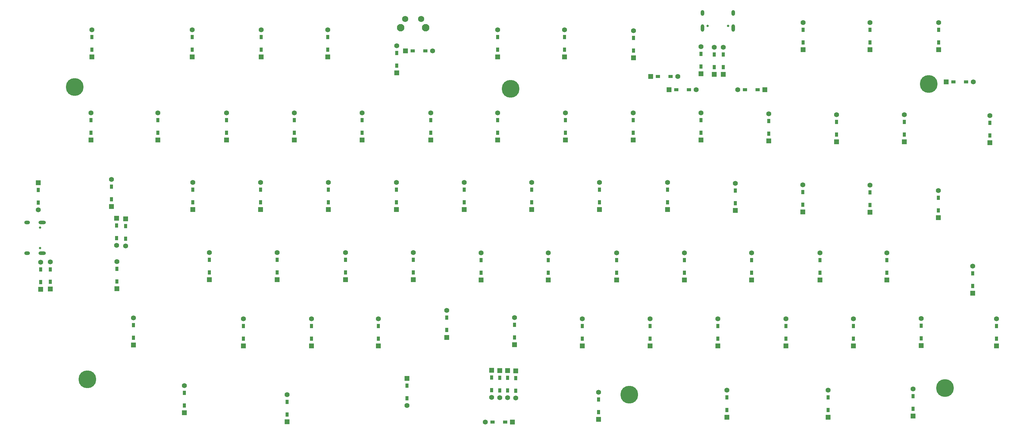
<source format=gts>
%TF.GenerationSoftware,KiCad,Pcbnew,(5.1.6)-1*%
%TF.CreationDate,2020-07-30T22:43:25+09:00*%
%TF.ProjectId,keyboard_v2,6b657962-6f61-4726-945f-76322e6b6963,rev?*%
%TF.SameCoordinates,Original*%
%TF.FileFunction,Soldermask,Top*%
%TF.FilePolarity,Negative*%
%FSLAX46Y46*%
G04 Gerber Fmt 4.6, Leading zero omitted, Abs format (unit mm)*
G04 Created by KiCad (PCBNEW (5.1.6)-1) date 2020-07-30 22:43:25*
%MOMM*%
%LPD*%
G01*
G04 APERTURE LIST*
%ADD10C,0.650000*%
%ADD11O,1.000000X2.100000*%
%ADD12O,1.000000X1.600000*%
%ADD13R,0.950000X1.300000*%
%ADD14R,1.397000X1.397000*%
%ADD15C,1.397000*%
%ADD16C,5.000000*%
%ADD17R,1.300000X0.950000*%
%ADD18O,1.600000X1.000000*%
%ADD19O,2.100000X1.000000*%
%ADD20C,2.100000*%
%ADD21C,1.750000*%
G04 APERTURE END LIST*
D10*
%TO.C,USB2*%
X505769200Y85641400D03*
X499989200Y85641400D03*
D11*
X498559200Y85111400D03*
X507199200Y85111400D03*
D12*
X498559200Y89291400D03*
X507199200Y89291400D03*
%TD*%
D13*
%TO.C,R1*%
X333850000Y25955000D03*
X333850000Y29505000D03*
D14*
X333850000Y31540000D03*
D15*
X333850000Y23920000D03*
%TD*%
D16*
%TO.C,Ref\u002A\u002A*%
X322066920Y68455540D03*
%TD*%
D17*
%TO.C,R8*%
X439537300Y-25768300D03*
X443087300Y-25768300D03*
D14*
X445122300Y-25768300D03*
D15*
X437502300Y-25768300D03*
%TD*%
%TO.C,C3*%
X415508440Y-21056600D03*
D14*
X415508440Y-13436600D03*
D13*
X415508440Y-15471600D03*
X415508440Y-19021600D03*
%TD*%
D16*
%TO.C,Ref\u002A\u002A*%
X325620380Y-13693140D03*
%TD*%
%TO.C,.*%
X477949260Y-18013680D03*
%TD*%
%TO.C,Ref\u002A\u002A*%
X566686700Y-16192500D03*
%TD*%
%TO.C,-*%
X562175660Y69331840D03*
%TD*%
%TO.C,Ref\u002A\u002A*%
X444593980Y67957700D03*
%TD*%
D13*
%TO.C,R2*%
X336430000Y25855000D03*
X336430000Y29405000D03*
D14*
X336430000Y31440000D03*
D15*
X336430000Y23820000D03*
%TD*%
%TO.C,D5*%
X412582200Y80105800D03*
D14*
X412582200Y72485800D03*
D13*
X412582200Y74520800D03*
X412582200Y78070800D03*
%TD*%
D15*
%TO.C,R7*%
X508467200Y67761400D03*
D14*
X516087200Y67761400D03*
D17*
X514052200Y67761400D03*
X510502200Y67761400D03*
%TD*%
D15*
%TO.C,D45*%
X436305800Y21841200D03*
D14*
X436305800Y14221200D03*
D13*
X436305800Y16256200D03*
X436305800Y19806200D03*
%TD*%
D15*
%TO.C,D44*%
X417255800Y21962200D03*
D14*
X417255800Y14342200D03*
D13*
X417255800Y16377200D03*
X417255800Y19927200D03*
%TD*%
D15*
%TO.C,D41*%
X359978800Y21965200D03*
D14*
X359978800Y14345200D03*
D13*
X359978800Y16380200D03*
X359978800Y19930200D03*
%TD*%
D15*
%TO.C,D42*%
X379028800Y21965200D03*
D14*
X379028800Y14345200D03*
D13*
X379028800Y16380200D03*
X379028800Y19930200D03*
%TD*%
D15*
%TO.C,D40*%
X564829800Y39364200D03*
D14*
X564829800Y31744200D03*
D13*
X564829800Y33779200D03*
X564829800Y37329200D03*
%TD*%
D15*
%TO.C,D39*%
X545652800Y40888200D03*
D14*
X545652800Y33268200D03*
D13*
X545652800Y35303200D03*
X545652800Y38853200D03*
%TD*%
D15*
%TO.C,D43*%
X398205800Y21965200D03*
D14*
X398205800Y14345200D03*
D13*
X398205800Y16380200D03*
X398205800Y19930200D03*
%TD*%
D15*
%TO.C,D37*%
X507743300Y41393200D03*
D14*
X507743300Y33773200D03*
D13*
X507743300Y35808200D03*
X507743300Y39358200D03*
%TD*%
D15*
%TO.C,D27*%
X579307800Y60446200D03*
D14*
X579307800Y52826200D03*
D13*
X579307800Y54861200D03*
X579307800Y58411200D03*
%TD*%
D15*
%TO.C,D30*%
X374329800Y41650200D03*
D14*
X374329800Y34030200D03*
D13*
X374329800Y36065200D03*
X374329800Y39615200D03*
%TD*%
D15*
%TO.C,D24*%
X517204800Y60954200D03*
D14*
X517204800Y53334200D03*
D13*
X517204800Y55369200D03*
X517204800Y58919200D03*
%TD*%
D15*
%TO.C,D25*%
X536254800Y60700200D03*
D14*
X536254800Y53080200D03*
D13*
X536254800Y55115200D03*
X536254800Y58665200D03*
%TD*%
D15*
%TO.C,D23*%
X498154800Y61208200D03*
D14*
X498154800Y53588200D03*
D13*
X498154800Y55623200D03*
X498154800Y59173200D03*
%TD*%
D15*
%TO.C,D29*%
X355279800Y41650200D03*
D14*
X355279800Y34030200D03*
D13*
X355279800Y36065200D03*
X355279800Y39615200D03*
%TD*%
D15*
%TO.C,D26*%
X555304800Y60700200D03*
D14*
X555304800Y53080200D03*
D13*
X555304800Y55115200D03*
X555304800Y58665200D03*
%TD*%
D15*
%TO.C,D22*%
X479104800Y61208200D03*
D14*
X479104800Y53588200D03*
D13*
X479104800Y55623200D03*
X479104800Y59173200D03*
%TD*%
D15*
%TO.C,D21*%
X460054800Y61208200D03*
D14*
X460054800Y53588200D03*
D13*
X460054800Y55623200D03*
X460054800Y59173200D03*
%TD*%
D15*
%TO.C,D20*%
X441004800Y61208200D03*
D14*
X441004800Y53588200D03*
D13*
X441004800Y55623200D03*
X441004800Y59173200D03*
%TD*%
D15*
%TO.C,D19*%
X422208800Y61208200D03*
D14*
X422208800Y53588200D03*
D13*
X422208800Y55623200D03*
X422208800Y59173200D03*
%TD*%
D15*
%TO.C,D28*%
X332400000Y42510000D03*
D14*
X332400000Y34890000D03*
D13*
X332400000Y36925000D03*
X332400000Y40475000D03*
%TD*%
D15*
%TO.C,D18*%
X402904800Y61208200D03*
D14*
X402904800Y53588200D03*
D13*
X402904800Y55623200D03*
X402904800Y59173200D03*
%TD*%
D15*
%TO.C,D32*%
X412556800Y41650200D03*
D14*
X412556800Y34030200D03*
D13*
X412556800Y36065200D03*
X412556800Y39615200D03*
%TD*%
D15*
%TO.C,D38*%
X526729800Y40951700D03*
D14*
X526729800Y33331700D03*
D13*
X526729800Y35366700D03*
X526729800Y38916700D03*
%TD*%
D15*
%TO.C,D31*%
X393379800Y41650200D03*
D14*
X393379800Y34030200D03*
D13*
X393379800Y36065200D03*
X393379800Y39615200D03*
%TD*%
D15*
%TO.C,D33*%
X431606800Y41650200D03*
D14*
X431606800Y34030200D03*
D13*
X431606800Y36065200D03*
X431606800Y39615200D03*
%TD*%
D15*
%TO.C,D2*%
X355152800Y84576200D03*
D14*
X355152800Y76956200D03*
D13*
X355152800Y78991200D03*
X355152800Y82541200D03*
%TD*%
D15*
%TO.C,D13*%
X574634200Y69920400D03*
D14*
X567014200Y69920400D03*
D17*
X569049200Y69920400D03*
X572599200Y69920400D03*
%TD*%
D15*
%TO.C,D17*%
X383854800Y61208200D03*
D14*
X383854800Y53588200D03*
D13*
X383854800Y55623200D03*
X383854800Y59173200D03*
%TD*%
D15*
%TO.C,D8*%
X479143060Y84322920D03*
D14*
X479143060Y76702920D03*
D13*
X479143060Y78737920D03*
X479143060Y82287920D03*
%TD*%
D15*
%TO.C,D3*%
X374482200Y84576200D03*
D14*
X374482200Y76956200D03*
D13*
X374482200Y78991200D03*
X374482200Y82541200D03*
%TD*%
D15*
%TO.C,D6*%
X441004800Y84576200D03*
D14*
X441004800Y76956200D03*
D13*
X441004800Y78991200D03*
X441004800Y82541200D03*
%TD*%
D15*
%TO.C,D15*%
X345500800Y61208200D03*
D14*
X345500800Y53588200D03*
D13*
X345500800Y55623200D03*
X345500800Y59173200D03*
%TD*%
%TO.C,C7*%
X441592460Y-16812760D03*
X441592460Y-13262760D03*
D14*
X441592460Y-11227760D03*
D15*
X441592460Y-18847760D03*
%TD*%
D13*
%TO.C,C6*%
X443794640Y-16812760D03*
X443794640Y-13262760D03*
D14*
X443794640Y-11227760D03*
D15*
X443794640Y-18847760D03*
%TD*%
%TO.C,D7*%
X459800800Y84576200D03*
D14*
X459800800Y76956200D03*
D13*
X459800800Y78991200D03*
X459800800Y82541200D03*
%TD*%
D15*
%TO.C,D4*%
X393252800Y84576200D03*
D14*
X393252800Y76956200D03*
D13*
X393252800Y78991200D03*
X393252800Y82541200D03*
%TD*%
D15*
%TO.C,D1*%
X326933400Y84576200D03*
D14*
X326933400Y76956200D03*
D13*
X326933400Y78991200D03*
X326933400Y82541200D03*
%TD*%
D15*
%TO.C,D14*%
X326704800Y61208200D03*
D14*
X326704800Y53588200D03*
D13*
X326704800Y55623200D03*
X326704800Y59173200D03*
%TD*%
D15*
%TO.C,D10*%
X526856800Y86608200D03*
D14*
X526856800Y78988200D03*
D13*
X526856800Y81023200D03*
X526856800Y84573200D03*
%TD*%
D15*
%TO.C,D16*%
X364804800Y61208200D03*
D14*
X364804800Y53588200D03*
D13*
X364804800Y55623200D03*
X364804800Y59173200D03*
%TD*%
D15*
%TO.C,D12*%
X564956800Y86608200D03*
D14*
X564956800Y78988200D03*
D13*
X564956800Y81023200D03*
X564956800Y84573200D03*
%TD*%
D15*
%TO.C,D9*%
X491576200Y71444400D03*
D14*
X483956200Y71444400D03*
D17*
X485991200Y71444400D03*
X489541200Y71444400D03*
%TD*%
D15*
%TO.C,D11*%
X545652800Y86608200D03*
D14*
X545652800Y78988200D03*
D13*
X545652800Y81023200D03*
X545652800Y84573200D03*
%TD*%
%TO.C,D48*%
X493455800Y19803200D03*
X493455800Y16253200D03*
D14*
X493455800Y14218200D03*
D15*
X493455800Y21838200D03*
%TD*%
%TO.C,D53*%
X334000000Y19410000D03*
D14*
X334000000Y11790000D03*
D13*
X334000000Y13825000D03*
X334000000Y17375000D03*
%TD*%
D15*
%TO.C,D55*%
X388680800Y3293200D03*
D14*
X388680800Y-4326800D03*
D13*
X388680800Y-2291800D03*
X388680800Y1258200D03*
%TD*%
D15*
%TO.C,D56*%
X407476800Y3296200D03*
D14*
X407476800Y-4323800D03*
D13*
X407476800Y-2288800D03*
X407476800Y1261200D03*
%TD*%
%TO.C,D57*%
X426700000Y3675000D03*
X426700000Y125000D03*
D14*
X426700000Y-1910000D03*
D15*
X426700000Y5710000D03*
%TD*%
%TO.C,D49*%
X512378800Y21838200D03*
D14*
X512378800Y14218200D03*
D13*
X512378800Y16253200D03*
X512378800Y19803200D03*
%TD*%
%TO.C,D58*%
X445754600Y1616800D03*
X445754600Y-1933200D03*
D14*
X445754600Y-3968200D03*
D15*
X445754600Y3651800D03*
%TD*%
%TO.C,D46*%
X455228800Y21835200D03*
D14*
X455228800Y14215200D03*
D13*
X455228800Y16250200D03*
X455228800Y19800200D03*
%TD*%
%TO.C,D47*%
X474405800Y19800200D03*
X474405800Y16250200D03*
D14*
X474405800Y14215200D03*
D15*
X474405800Y21835200D03*
%TD*%
D13*
%TO.C,C4*%
X446060000Y-16935000D03*
X446060000Y-13385000D03*
D14*
X446060000Y-11350000D03*
D15*
X446060000Y-18970000D03*
%TD*%
D13*
%TO.C,D51*%
X550351800Y19803200D03*
X550351800Y16253200D03*
D14*
X550351800Y14218200D03*
D15*
X550351800Y21838200D03*
%TD*%
D13*
%TO.C,C5*%
X439244740Y-16758460D03*
X439244740Y-13208460D03*
D14*
X439244740Y-11173460D03*
D15*
X439244740Y-18793460D03*
%TD*%
D13*
%TO.C,D50*%
X531555800Y19800200D03*
X531555800Y16250200D03*
D14*
X531555800Y14215200D03*
D15*
X531555800Y21835200D03*
%TD*%
%TO.C,D54*%
X369503800Y3296200D03*
D14*
X369503800Y-4323800D03*
D13*
X369503800Y-2288800D03*
X369503800Y1261200D03*
%TD*%
D15*
%TO.C,D52*%
X574481800Y18155200D03*
D14*
X574481800Y10535200D03*
D13*
X574481800Y12570200D03*
X574481800Y16120200D03*
%TD*%
D15*
%TO.C,R4*%
X315250000Y19260000D03*
D14*
X315250000Y11640000D03*
D13*
X315250000Y13675000D03*
X315250000Y17225000D03*
%TD*%
D18*
%TO.C,USB1*%
X308756200Y30425400D03*
X308756200Y21785400D03*
D19*
X312936200Y30425400D03*
X312936200Y21785400D03*
D10*
X312406200Y23215400D03*
X312406200Y28995400D03*
%TD*%
D13*
%TO.C,D66*%
X338642800Y1515200D03*
X338642800Y-2034800D03*
D14*
X338642800Y-4069800D03*
D15*
X338642800Y3550200D03*
%TD*%
D13*
%TO.C,D67*%
X352943000Y-17560200D03*
X352943000Y-21110200D03*
D14*
X352943000Y-23145200D03*
D15*
X352943000Y-15525200D03*
%TD*%
%TO.C,D35*%
X469579800Y41650200D03*
D14*
X469579800Y34030200D03*
D13*
X469579800Y36065200D03*
X469579800Y39615200D03*
%TD*%
%TO.C,F4*%
X498100000Y77775000D03*
X498100000Y74225000D03*
D14*
X498100000Y72190000D03*
D15*
X498100000Y79810000D03*
%TD*%
%TO.C,D63*%
X540953800Y3296200D03*
D14*
X540953800Y-4323800D03*
D13*
X540953800Y-2288800D03*
X540953800Y1261200D03*
%TD*%
D17*
%TO.C,R3*%
X420664200Y78667400D03*
X417114200Y78667400D03*
D14*
X415079200Y78667400D03*
D15*
X422699200Y78667400D03*
%TD*%
D13*
%TO.C,D36*%
X488756800Y36065200D03*
D14*
X488756800Y34030200D03*
D15*
X488756800Y41650200D03*
D13*
X488756800Y39615200D03*
%TD*%
%TO.C,D34*%
X450529800Y39615200D03*
X450529800Y36065200D03*
D14*
X450529800Y34030200D03*
D15*
X450529800Y41650200D03*
%TD*%
D13*
%TO.C,D68*%
X381798000Y-20037000D03*
X381798000Y-23587000D03*
D14*
X381798000Y-25622000D03*
D15*
X381798000Y-18002000D03*
%TD*%
D13*
%TO.C,R5*%
X311871200Y36014400D03*
X311871200Y39564400D03*
D14*
X311871200Y41599400D03*
D15*
X311871200Y33979400D03*
%TD*%
%TO.C,R9*%
X501863200Y79702400D03*
D14*
X501863200Y72082400D03*
D13*
X501863200Y74117400D03*
X501863200Y77667400D03*
%TD*%
%TO.C,R10*%
X504403200Y77664400D03*
X504403200Y74114400D03*
D14*
X504403200Y72079400D03*
D15*
X504403200Y79699400D03*
%TD*%
D13*
%TO.C,D62*%
X522030800Y1261200D03*
X522030800Y-2288800D03*
D14*
X522030800Y-4323800D03*
D15*
X522030800Y3296200D03*
%TD*%
%TO.C,D72*%
X557692400Y-16465000D03*
D14*
X557692400Y-24085000D03*
D13*
X557692400Y-22050000D03*
X557692400Y-18500000D03*
%TD*%
D15*
%TO.C,D61*%
X502853800Y3296200D03*
D14*
X502853800Y-4323800D03*
D13*
X502853800Y-2288800D03*
X502853800Y1261200D03*
%TD*%
%TO.C,D59*%
X464753800Y1261200D03*
X464753800Y-2288800D03*
D14*
X464753800Y-4323800D03*
D15*
X464753800Y3296200D03*
%TD*%
%TO.C,F3*%
X312580000Y19210000D03*
D14*
X312580000Y11590000D03*
D13*
X312580000Y13625000D03*
X312580000Y17175000D03*
%TD*%
D15*
%TO.C,D60*%
X483803800Y3296200D03*
D14*
X483803800Y-4323800D03*
D13*
X483803800Y-2288800D03*
X483803800Y1261200D03*
%TD*%
D15*
%TO.C,D64*%
X560003800Y3369400D03*
D14*
X560003800Y-4250600D03*
D13*
X560003800Y-2215600D03*
X560003800Y1334400D03*
%TD*%
%TO.C,D65*%
X581146000Y1230400D03*
X581146000Y-2319600D03*
D14*
X581146000Y-4354600D03*
D15*
X581146000Y3265400D03*
%TD*%
D17*
%TO.C,R6*%
X494748200Y67761400D03*
X491198200Y67761400D03*
D14*
X489163200Y67761400D03*
D15*
X496783200Y67761400D03*
%TD*%
D13*
%TO.C,D69*%
X469323420Y-19380660D03*
X469323420Y-22930660D03*
D14*
X469323420Y-24965660D03*
D15*
X469323420Y-17345660D03*
%TD*%
D13*
%TO.C,D70*%
X505378000Y-18812000D03*
X505378000Y-22362000D03*
D14*
X505378000Y-24397000D03*
D15*
X505378000Y-16777000D03*
%TD*%
%TO.C,D71*%
X533838000Y-16727000D03*
D14*
X533838000Y-24347000D03*
D13*
X533838000Y-22312000D03*
X533838000Y-18762000D03*
%TD*%
D20*
%TO.C,SW1*%
X413731000Y85134200D03*
D21*
X414991000Y87624200D03*
X419491000Y87624200D03*
D20*
X420741000Y85134200D03*
%TD*%
M02*

</source>
